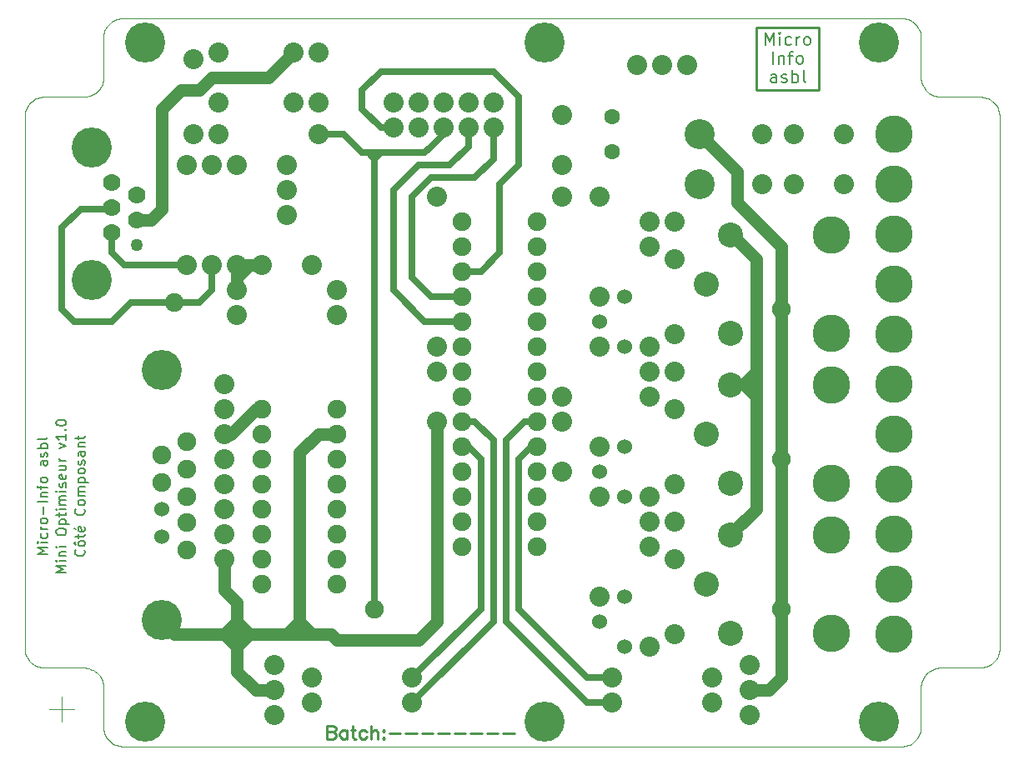
<source format=gtl>
G04 CAM350  V5.0 Date:  Mon Dec 19 11:08:04 2011 *
G04 Database: g:\clients\patrick brunet\mini-optimiseur\retouche\mini_optimiser_cam350.pcb *
G04 Layer 4: MiniOptimiseurS *
%FSLAX24Y24*%
%MOIN*%
%SFA1.000B1.000*%

%MIA0B0*%
%IPPOS*%
%ADD11C,0.01500*%
%ADD13C,0.00200*%
%ADD18C,0.06000*%
%ADD20C,0.08000*%
%ADD21C,0.07000*%
%ADD22C,0.05000*%
%ADD23C,0.16000*%
%ADD24C,0.10000*%
%ADD25C,0.15000*%
%ADD26C,0.12000*%
%ADD27C,0.06300*%
%ADD28C,0.07500*%
%ADD29C,0.06000*%
%ADD30C,0.02500*%
%ADD31C,0.03500*%
%ADD41C,0.01000*%
%ADD42C,0.00700*%
%LNMiniOptimiseurS*%
%SRX1Y1I0J0*%
G54D11*
%LPD*%
G54D20*
X25500Y27250D03*
X26500D03*
X24500D03*
X7750Y27750D03*
Y25750D03*
X10750Y27750D03*
Y25750D03*
G54D21*
X4500Y21050D03*
Y22050D03*
G54D22*
Y20050D03*
G54D21*
X3500Y22550D03*
Y21550D03*
Y20550D03*
G54D23*
X2700Y18650D03*
Y23950D03*
G54D24*
X28229Y8468D03*
Y4532D03*
X27245Y6500D03*
G54D25*
X32244Y8468D03*
Y4532D03*
G54D24*
X28229Y14468D03*
Y10532D03*
X27245Y12500D03*
G54D25*
X32244Y14468D03*
Y10532D03*
G54D24*
X28229Y20468D03*
Y16532D03*
X27245Y18500D03*
G54D25*
X32244Y20468D03*
Y16532D03*
G54D20*
X30750Y22500D03*
X32750Y24500D03*
X30750D03*
X32750Y22500D03*
X23000Y12000D03*
Y16000D03*
Y18000D03*
Y22000D03*
X25000Y14000D03*
Y10000D03*
X7750Y24500D03*
X11750D03*
X25000Y20000D03*
Y16000D03*
X23000Y6000D03*
Y10000D03*
X25000Y8000D03*
Y4000D03*
X8500Y23250D03*
Y19250D03*
X7500Y23250D03*
Y19250D03*
X6500Y23250D03*
Y19250D03*
X8500Y17250D03*
X12500D03*
Y18250D03*
X8500D03*
X27500Y2750D03*
X23500D03*
X27500Y1750D03*
X23500D03*
X11500D03*
X15500D03*
X11500Y2750D03*
X15500D03*
X14750Y24750D03*
Y25750D03*
X15750Y24750D03*
Y25750D03*
X16750Y24750D03*
Y25750D03*
X17750Y24750D03*
Y25750D03*
X18750Y24750D03*
Y25750D03*
X26000Y21000D03*
X25000D03*
X26000Y15000D03*
X25000D03*
X26000Y9000D03*
X25000D03*
G54D26*
X27000Y22500D03*
Y24500D03*
G54D27*
X23500Y23800D03*
Y25200D03*
G54D20*
X8000Y12500D03*
Y11500D03*
Y13500D03*
Y14500D03*
Y10500D03*
Y9500D03*
Y7500D03*
Y8500D03*
X29000Y3250D03*
Y1250D03*
Y2250D03*
X10000Y1250D03*
Y3250D03*
Y2250D03*
G54D28*
X9500Y13500D03*
Y12500D03*
Y11500D03*
Y10500D03*
Y9500D03*
Y8500D03*
Y7500D03*
Y6500D03*
X12500D03*
Y7500D03*
Y8500D03*
Y9500D03*
Y10500D03*
Y11500D03*
Y12500D03*
Y13500D03*
G54D23*
X5500Y15050D03*
Y5050D03*
G54D28*
X6500Y7850D03*
Y8950D03*
Y10000D03*
Y11100D03*
Y12200D03*
G54D29*
X5500Y8400D03*
Y9500D03*
G54D28*
Y10550D03*
Y11650D03*
G54D20*
X26000Y7500D03*
Y4500D03*
Y13500D03*
Y10500D03*
X6750Y24500D03*
Y27500D03*
X26000Y19500D03*
Y16500D03*
X11750Y25750D03*
Y27750D03*
X21500Y23250D03*
Y25250D03*
X29500Y22500D03*
Y24500D03*
X11500Y19250D03*
X9500D03*
X21500Y13000D03*
Y11000D03*
X16500Y15000D03*
Y13000D03*
G54D28*
X20500Y8000D03*
Y9000D03*
Y10000D03*
Y11000D03*
Y12000D03*
Y13000D03*
Y14000D03*
Y15000D03*
Y16000D03*
Y17000D03*
Y18000D03*
Y19000D03*
Y20000D03*
Y21000D03*
X17500D03*
Y20000D03*
Y19000D03*
Y18000D03*
Y17000D03*
Y16000D03*
Y15000D03*
Y14000D03*
Y13000D03*
Y12000D03*
Y11000D03*
Y10000D03*
Y9000D03*
Y8000D03*
G54D18*
X23000Y17000D03*
X24000Y18000D03*
Y16000D03*
X23000Y11000D03*
X24000Y12000D03*
Y10000D03*
G54D20*
X10500Y23250D03*
Y22250D03*
Y21250D03*
G54D18*
X23000Y5000D03*
X24000Y6000D03*
Y4000D03*
G54D20*
X21500Y22000D03*
Y14000D03*
X16500Y22000D03*
Y16000D03*
G54D23*
X4825Y28144D03*
X20770D03*
X34156D03*
X4825Y978D03*
X20770D03*
X34156D03*
G54D25*
X34750Y16500D03*
Y18500D03*
Y20500D03*
Y10500D03*
Y12500D03*
Y14500D03*
Y4500D03*
Y6500D03*
Y8500D03*
Y22500D03*
Y24500D03*
G54D28*
X6000Y17750D03*
X30250Y5500D03*
Y11500D03*
Y17500D03*
X14000Y5500D03*
G54D31*
X8000Y7500D03*
G54D22*
X12500Y12500D03*
X28750Y14500D02*
G01X29250Y14000D01*
X28750Y14500D02*
G01X29250Y15000D01*
X28229Y8468D02*
G01Y8479D01*
X29250Y9500*
Y14000*
Y14500*
X28229Y20468D02*
G01X28282D01*
X29250Y19500D02*
G01Y15000D01*
X28282Y20468D02*
G01X29250Y19500D01*
Y15000D02*
G01Y14500D01*
X28250D02*
G01X28229Y14468D01*
X29250Y14500D02*
G01X28750D01*
X28250*
X8500Y18750D02*
G01X9000Y19250D01*
X9500D02*
G01X9000D01*
X8500*
Y18250D02*
G01Y18750D01*
Y19250*
G54D30*
X6000Y17750D02*
G01X4250D01*
X3500Y21500D02*
G01Y21550D01*
X2250Y21500D02*
G01X3500D01*
X1500Y20750D02*
G01X2250Y21500D01*
X1500Y17500D02*
G01Y20750D01*
X2000Y17000D02*
G01X1500Y17500D01*
X3500Y17000D02*
G01X2000D01*
X4250Y17750D02*
G01X3500Y17000D01*
X7500Y18250D02*
G01Y19250D01*
X7000Y17750D02*
G01X7500Y18250D01*
X6000Y17750D02*
G01X7000D01*
X4000Y19250D02*
G01X3500Y19750D01*
X6500Y19250D02*
G01X4000D01*
X3500Y20500D02*
G01Y20550D01*
Y19750D02*
G01Y20500D01*
G54D22*
X30250Y17500D02*
G01Y20000D01*
X28500Y23000D02*
G01X27000Y24500D01*
X28500Y21750D02*
G01Y23000D01*
X30250Y20000D02*
G01X28500Y21750D01*
X14000Y4250D02*
G01X12500D01*
X12250Y4500*
X11500D02*
G01X11000Y5000D01*
X10500Y4500D02*
G01X11000Y5000D01*
X12500Y12500D02*
G01X11750D01*
X11000Y11750D02*
G01Y5000D01*
X11750Y12500D02*
G01X11000Y11750D01*
Y5000D02*
G01Y4500D01*
X16500Y13000D02*
G01Y5000D01*
X15750Y4250*
X14000*
X12250Y4500D02*
G01X11500D01*
X11000*
X29000Y2250D02*
G01X29750D01*
X30250Y2750D02*
G01Y5500D01*
Y11500*
Y17500*
X29750Y2250D02*
G01X30250Y2750D01*
X10000Y2250D02*
G01X9250D01*
X8500Y3000*
X10500Y4500D02*
G01X11000D01*
X10000D02*
G01X8500D01*
X10500D02*
G01X10000D01*
X4500Y21050D02*
G01X5050D01*
X9750Y26750D02*
G01X10750Y27750D01*
X7500Y26750D02*
G01X9750D01*
X7000Y26250D02*
G01X7500Y26750D01*
X6250Y26250D02*
G01X7000D01*
X5500Y25500D02*
G01X6250Y26250D01*
X5500Y21500D02*
G01Y25500D01*
X5050Y21050D02*
G01X5500Y21500D01*
X8500Y5000D02*
G01Y5750D01*
X8000Y6250D02*
G01Y7500D01*
X8500Y5750D02*
G01X8000Y6250D01*
Y4500D02*
G01X8500Y4000D01*
X7750Y4500D02*
G01X8000D01*
X8500Y5000*
Y4500D02*
G01X7750D01*
X6000*
X5500Y5000D02*
G01Y5050D01*
X6000Y4500D02*
G01X5500Y5000D01*
X8500Y4000D02*
G01X9000Y4500D01*
X8500Y5000*
Y3000D02*
G01Y4000D01*
Y4500*
Y5000*
G54D30*
X14750Y21750D02*
G01Y22250D01*
X16000Y17000D02*
G01X14750Y18250D01*
Y21750*
X17500Y17000D02*
G01X16000D01*
X17750Y24000D02*
G01Y24750D01*
X17000Y23250D02*
G01X17750Y24000D01*
X15750Y23250D02*
G01X17000D01*
X14750Y22250D02*
G01X15750Y23250D01*
X17500Y18000D02*
G01X16250D01*
X18750Y23500D02*
G01Y24750D01*
X18000Y22750D02*
G01X18750Y23500D01*
X16250Y22750D02*
G01X18000D01*
X15500Y22000D02*
G01X16250Y22750D01*
X15500Y18750D02*
G01Y22000D01*
X16250Y18000D02*
G01X15500Y18750D01*
G54D11*
X18750Y24500D02*
G01Y24750D01*
Y24500D02*
G01Y24750D01*
G54D22*
X9250Y13500D02*
G01X9500D01*
X8250Y12500D02*
G01X9250Y13500D01*
X8000Y12500D02*
G01X8250D01*
G54D30*
X15500Y2750D02*
G01X18250Y5500D01*
Y5750*
X17750Y12000D02*
G01X17500D01*
X18250Y11500D02*
G01X17750Y12000D01*
X18250Y5750D02*
G01Y11500D01*
X17500Y19000D02*
G01X18250D01*
X14250Y24750D02*
G01X14750D01*
X13500Y25500D02*
G01X14250Y24750D01*
X13500Y26250D02*
G01Y25500D01*
X14250Y27000D02*
G01X13500Y26250D01*
X18750Y27000D02*
G01X14250D01*
X19750Y26000D02*
G01X18750Y27000D01*
X19750Y23250D02*
G01Y26000D01*
X19000Y22500D02*
G01X19750Y23250D01*
X19000Y19750D02*
G01Y22500D01*
X18250Y19000D02*
G01X19000Y19750D01*
X15500Y1750D02*
G01X18750Y5000D01*
X18000Y13000D02*
G01X17500D01*
X18750Y12250D02*
G01X18000Y13000D01*
X18750Y5000D02*
G01Y12250D01*
X19250Y5250D02*
G01Y5000D01*
X22500Y1750D02*
G01X22750D01*
X19250Y5000D02*
G01X22500Y1750D01*
X23500D02*
G01X22750D01*
X20000Y13000D02*
G01X20500D01*
X19250Y12250D02*
G01X20000Y13000D01*
X19250Y5250D02*
G01Y12250D01*
X22750Y2750D02*
G01X22500D01*
X19750Y5500D02*
G01Y5750D01*
X22500Y2750D02*
G01X19750Y5500D01*
X23500Y2750D02*
G01X22750D01*
X20250Y12000D02*
G01X20500D01*
X19750Y11500D02*
G01X20250Y12000D01*
X19750Y5750D02*
G01Y11500D01*
X13750Y23750D02*
G01X14000Y23500D01*
X14250Y23750*
X14000Y5500D02*
G01Y23750D01*
X16250Y24000D02*
G01X16000Y23750D01*
X16750Y24500D02*
G01X16250Y24000D01*
X16750Y24750D02*
G01Y24500D01*
X16000Y23750D02*
G01X14250D01*
X13500D02*
G01X13250Y24000D01*
X14250Y23750D02*
G01X14000D01*
X13750*
X13500*
X12750Y24500D02*
G01X13250Y24000D01*
X11750Y24500D02*
G01X12750D01*
G54D13*
X2364Y25978D02*
G01X2432Y25981D01*
X2500Y25990*
X2567Y26005*
X2633Y26026*
X2697Y26052*
X2758Y26084*
X2815Y26121*
X2870Y26163*
X2921Y26209*
X2967Y26260*
X3009Y26315*
X3046Y26373*
X3078Y26433*
X3104Y26497*
X3125Y26563*
X3140Y26630*
X3149Y26698*
X3152Y26766*
Y28341*
X3155Y28409*
X3164Y28477*
X3179Y28544*
X3200Y28610*
X3226Y28673*
X3258Y28734*
X3295Y28792*
X3337Y28846*
X3383Y28897*
X3434Y28943*
X3488Y28985*
X3546Y29022*
X3607Y29054*
X3670Y29080*
X3736Y29101*
X3803Y29116*
X3871Y29125*
X3939Y29128*
X35041*
X35109Y29125*
X35177Y29116*
X35244Y29101*
X35310Y29080*
X35373Y29054*
X35434Y29022*
X35492Y28985*
X35546Y28943*
X35597Y28897*
X35643Y28846*
X35685Y28792*
X35722Y28734*
X35754Y28673*
X35780Y28610*
X35801Y28544*
X35816Y28477*
X35825Y28409*
X35828Y28341*
X35829*
Y26766*
X35828*
X35831Y26698*
X35840Y26630*
X35855Y26563*
X35876Y26497*
X35902Y26433*
X35934Y26373*
X35971Y26315*
X36013Y26260*
X36059Y26209*
X36110Y26163*
X36165Y26121*
X36223Y26084*
X36283Y26052*
X36347Y26026*
X36413Y26005*
X36480Y25990*
X36548Y25981*
X36616Y25978*
X38191*
X38259Y25975*
X38327Y25966*
X38394Y25951*
X38460Y25930*
X38523Y25904*
X38584Y25872*
X38642Y25835*
X38696Y25793*
X38747Y25747*
X38793Y25696*
X38835Y25642*
X38872Y25584*
X38904Y25523*
X38930Y25460*
X38951Y25394*
X38966Y25327*
X38975Y25259*
X38978Y25191*
Y3931*
X38975Y3863*
X38966Y3795*
X38951Y3728*
X38930Y3662*
X38904Y3599*
X38872Y3538*
X38835Y3480*
X38793Y3426*
X38747Y3375*
X38696Y3329*
X38642Y3287*
X38584Y3250*
X38523Y3218*
X38460Y3192*
X38394Y3171*
X38327Y3156*
X38259Y3147*
X38191Y3144*
X36616*
Y3143*
X36548Y3140*
X36480Y3131*
X36413Y3116*
X36347Y3095*
X36284Y3069*
X36223Y3037*
X36165Y3000*
X36111Y2958*
X36060Y2912*
X36014Y2861*
X35972Y2807*
X35935Y2749*
X35903Y2688*
X35877Y2625*
X35856Y2559*
X35841Y2492*
X35832Y2424*
X35829Y2356*
Y781*
X35826Y713*
X35817Y645*
X35802Y578*
X35781Y512*
X35755Y448*
X35723Y388*
X35686Y330*
X35644Y275*
X35598Y224*
X35547Y178*
X35492Y136*
X35435Y99*
X35374Y67*
X35310Y41*
X35244Y20*
X35177Y5*
X35109Y-4*
X35041Y-7*
Y-6*
X3939*
X3871Y-3*
X3803Y6*
X3736Y21*
X3670Y42*
X3607Y68*
X3546Y100*
X3488Y137*
X3434Y179*
X3383Y225*
X3337Y276*
X3295Y330*
X3258Y388*
X3226Y449*
X3200Y512*
X3179Y578*
X3164Y645*
X3155Y713*
X3152Y781*
Y2356*
X3149Y2424*
X3140Y2492*
X3125Y2559*
X3104Y2625*
X3078Y2689*
X3046Y2749*
X3009Y2807*
X2967Y2862*
X2921Y2913*
X2870Y2959*
X2815Y3001*
X2758Y3038*
X2697Y3070*
X2633Y3096*
X2567Y3117*
X2500Y3132*
X2432Y3141*
X2364Y3144*
X789*
X721Y3147*
X653Y3156*
X586Y3171*
X520Y3192*
X457Y3218*
X396Y3250*
X338Y3287*
X284Y3329*
X233Y3375*
X187Y3426*
X145Y3480*
X108Y3538*
X76Y3599*
X50Y3662*
X29Y3728*
X14Y3795*
X5Y3863*
X2Y3931*
Y25191*
X5Y25259*
X14Y25327*
X29Y25394*
X50Y25460*
X76Y25523*
X108Y25584*
X145Y25642*
X187Y25696*
X233Y25747*
X284Y25793*
X338Y25835*
X396Y25872*
X457Y25904*
X520Y25930*
X586Y25951*
X653Y25966*
X721Y25975*
X789Y25978*
X2364*
G54D42*
X29619Y28048D02*
G01Y28548D01*
X29786Y28190*
X29952Y28548*
Y28048*
X30190D02*
G01Y28381D01*
Y28548D02*
G01X30166Y28524D01*
X30190Y28500*
X30214Y28524*
X30190Y28548*
Y28500*
X30642Y28071D02*
G01X30595Y28048D01*
X30499*
X30452Y28071*
X30428Y28095*
X30404Y28143*
Y28286*
X30428Y28333*
X30452Y28357*
X30499Y28381*
X30595*
X30642Y28357*
X30857Y28048D02*
G01Y28381D01*
Y28286D02*
G01X30881Y28333D01*
X30905Y28357*
X30952Y28381*
X31000*
X31238Y28048D02*
G01X31191Y28071D01*
X31167Y28095*
X31143Y28143*
Y28286*
X31167Y28333*
X31191Y28357*
X31238Y28381*
X31310*
X31358Y28357*
X31381Y28333*
X31405Y28286*
Y28143*
X31381Y28095*
X31358Y28071*
X31310Y28048*
X31238*
X29905Y27298D02*
G01Y27798D01*
X30143Y27631D02*
G01Y27298D01*
Y27583D02*
G01X30167Y27607D01*
X30214Y27631*
X30286*
X30334Y27607*
X30357Y27560*
Y27298*
X30524Y27631D02*
G01X30714D01*
X30595Y27298D02*
G01Y27726D01*
X30619Y27774*
X30666Y27798*
X30714*
X30952Y27298D02*
G01X30905Y27321D01*
X30881Y27345*
X30857Y27393*
Y27536*
X30881Y27583*
X30905Y27607*
X30952Y27631*
X31024*
X31072Y27607*
X31095Y27583*
X31119Y27536*
Y27393*
X31095Y27345*
X31072Y27321*
X31024Y27298*
X30952*
X30048Y26548D02*
G01Y26810D01*
X30025Y26857*
X29977Y26881*
X29882*
X29834Y26857*
X30048Y26571D02*
G01X30001Y26548D01*
X29882*
X29834Y26571*
X29810Y26619*
Y26667*
X29834Y26714*
X29882Y26738*
X30001*
X30048Y26762*
X30262Y26571D02*
G01X30310Y26548D01*
X30405*
X30453Y26571*
X30477Y26619*
Y26643*
X30453Y26690*
X30405Y26714*
X30334*
X30286Y26738*
X30262Y26786*
Y26810*
X30286Y26857*
X30334Y26881*
X30405*
X30453Y26857*
X30691Y26548D02*
G01Y27048D01*
Y26857D02*
G01X30739Y26881D01*
X30834*
X30882Y26857*
X30905Y26833*
X30929Y26786*
Y26643*
X30905Y26595*
X30882Y26571*
X30834Y26548*
X30739*
X30691Y26571*
X31214Y26548D02*
G01X31167Y26571D01*
X31143Y26619*
Y27048*
G54D41*
X29250Y28750D02*
G01Y26250D01*
X31750*
Y28750*
X29250*
G54D42*
X1662Y6962D02*
G01X1262D01*
X1548Y7096*
X1262Y7229*
X1662*
Y7419D02*
G01X1395D01*
X1262D02*
G01X1281Y7400D01*
X1300Y7419*
X1281Y7438*
X1262Y7419*
X1300*
X1395Y7609D02*
G01X1662D01*
X1433D02*
G01X1414Y7628D01*
X1395Y7666*
Y7724*
X1414Y7762*
X1452Y7781*
X1662*
Y7971D02*
G01X1395D01*
X1262D02*
G01X1281Y7952D01*
X1300Y7971*
X1281Y7990*
X1262Y7971*
X1300*
X1262Y8542D02*
G01Y8619D01*
X1281Y8657*
X1319Y8695*
X1395Y8714*
X1529*
X1605Y8695*
X1643Y8657*
X1662Y8619*
Y8542*
X1643Y8504*
X1605Y8466*
X1529Y8447*
X1395*
X1319Y8466*
X1281Y8504*
X1262Y8542*
X1395Y8885D02*
G01X1795D01*
X1414D02*
G01X1395Y8923D01*
Y9000*
X1414Y9038*
X1433Y9057*
X1471Y9076*
X1586*
X1624Y9057*
X1643Y9038*
X1662Y9000*
Y8923*
X1643Y8885*
X1395Y9190D02*
G01Y9342D01*
X1262Y9247D02*
G01X1605D01*
X1643Y9266*
X1662Y9304*
Y9342*
Y9476D02*
G01X1395D01*
X1262D02*
G01X1281Y9457D01*
X1300Y9476*
X1281Y9495*
X1262Y9476*
X1300*
X1662Y9666D02*
G01X1395D01*
X1433D02*
G01X1414Y9685D01*
X1395Y9723*
Y9781*
X1414Y9819*
X1452Y9838*
X1662*
X1452D02*
G01X1414Y9857D01*
X1395Y9895*
Y9952*
X1414Y9990*
X1452Y10009*
X1662*
Y10199D02*
G01X1395D01*
X1262D02*
G01X1281Y10180D01*
X1300Y10199*
X1281Y10218*
X1262Y10199*
X1300*
X1643Y10370D02*
G01X1662Y10408D01*
Y10484*
X1643Y10523*
X1605Y10542*
X1586*
X1548Y10523*
X1529Y10484*
Y10427*
X1510Y10389*
X1471Y10370*
X1452*
X1414Y10389*
X1395Y10427*
Y10484*
X1414Y10523*
X1643Y10866D02*
G01X1662Y10828D01*
Y10751*
X1643Y10713*
X1605Y10694*
X1452*
X1414Y10713*
X1395Y10751*
Y10828*
X1414Y10866*
X1452Y10885*
X1490*
X1529Y10694*
X1395Y11228D02*
G01X1662D01*
X1395Y11056D02*
G01X1605D01*
X1643Y11075*
X1662Y11113*
Y11171*
X1643Y11209*
X1624Y11228*
X1662Y11418D02*
G01X1395D01*
X1471D02*
G01X1433Y11437D01*
X1414Y11456*
X1395Y11494*
Y11533*
Y11933D02*
G01X1662Y12028D01*
X1395Y12124*
X1662Y12486D02*
G01Y12257D01*
Y12371D02*
G01X1262D01*
X1319Y12333*
X1357Y12295*
X1376Y12257*
X1624Y12657D02*
G01X1643Y12676D01*
X1662Y12657*
X1643Y12638*
X1624Y12657*
X1662*
X1262Y12923D02*
G01Y12962D01*
X1281Y13000*
X1300Y13019*
X1338Y13038*
X1414Y13057*
X1510*
X1586Y13038*
X1624Y13019*
X1643Y13000*
X1662Y12962*
Y12923*
X1643Y12885*
X1624Y12866*
X1586Y12847*
X1510Y12828*
X1414*
X1338Y12847*
X1300Y12866*
X1281Y12885*
X1262Y12923*
X2374Y7857D02*
G01X2393Y7838D01*
X2412Y7781*
Y7743*
X2393Y7685*
X2355Y7647*
X2317Y7628*
X2240Y7609*
X2183*
X2107Y7628*
X2069Y7647*
X2031Y7685*
X2012Y7743*
Y7781*
X2031Y7838*
X2050Y7857*
X2412Y8085D02*
G01X2393Y8047D01*
X2374Y8028*
X2336Y8009*
X2221*
X2183Y8028*
X2164Y8047*
X2145Y8085*
Y8143*
X2164Y8181*
X2183Y8200*
X2221Y8219*
X2336*
X2374Y8200*
X2393Y8181*
X2412Y8143*
Y8085*
X2050Y8047D02*
G01X1993Y8123D01*
X2050Y8200*
X2145Y8333D02*
G01Y8485D01*
X2012Y8390D02*
G01X2355D01*
X2393Y8409*
X2412Y8447*
Y8485*
X2393Y8772D02*
G01X2412Y8734D01*
Y8657*
X2393Y8619*
X2355Y8600*
X2202*
X2164Y8619*
X2145Y8657*
Y8734*
X2164Y8772*
X2202Y8791*
X2240*
X2279Y8600*
X1993Y8734D02*
G01X2050Y8676D01*
X2374Y9496D02*
G01X2393Y9477D01*
X2412Y9420*
Y9382*
X2393Y9324*
X2355Y9286*
X2317Y9267*
X2240Y9248*
X2183*
X2107Y9267*
X2069Y9286*
X2031Y9324*
X2012Y9382*
Y9420*
X2031Y9477*
X2050Y9496*
X2412Y9724D02*
G01X2393Y9686D01*
X2374Y9667*
X2336Y9648*
X2221*
X2183Y9667*
X2164Y9686*
X2145Y9724*
Y9782*
X2164Y9820*
X2183Y9839*
X2221Y9858*
X2336*
X2374Y9839*
X2393Y9820*
X2412Y9782*
Y9724*
Y10029D02*
G01X2145D01*
X2183D02*
G01X2164Y10048D01*
X2145Y10086*
Y10144*
X2164Y10182*
X2202Y10201*
X2412*
X2202D02*
G01X2164Y10220D01*
X2145Y10258*
Y10315*
X2164Y10353*
X2202Y10372*
X2412*
X2145Y10562D02*
G01X2545D01*
X2164D02*
G01X2145Y10600D01*
Y10677*
X2164Y10715*
X2183Y10734*
X2221Y10753*
X2336*
X2374Y10734*
X2393Y10715*
X2412Y10677*
Y10600*
X2393Y10562*
X2412Y10981D02*
G01X2393Y10943D01*
X2374Y10924*
X2336Y10905*
X2221*
X2183Y10924*
X2164Y10943*
X2145Y10981*
Y11039*
X2164Y11077*
X2183Y11096*
X2221Y11115*
X2336*
X2374Y11096*
X2393Y11077*
X2412Y11039*
Y10981*
X2393Y11267D02*
G01X2412Y11305D01*
Y11381*
X2393Y11420*
X2355Y11439*
X2336*
X2298Y11420*
X2279Y11381*
Y11324*
X2260Y11286*
X2221Y11267*
X2202*
X2164Y11286*
X2145Y11324*
Y11381*
X2164Y11420*
X2412Y11782D02*
G01X2202D01*
X2164Y11763*
X2145Y11725*
Y11648*
X2164Y11610*
X2393Y11782D02*
G01X2412Y11744D01*
Y11648*
X2393Y11610*
X2355Y11591*
X2317*
X2279Y11610*
X2260Y11648*
Y11744*
X2240Y11782*
X2145Y11972D02*
G01X2412D01*
X2183D02*
G01X2164Y11991D01*
X2145Y12029*
Y12087*
X2164Y12125*
X2202Y12144*
X2412*
X2145Y12277D02*
G01Y12429D01*
X2012Y12334D02*
G01X2355D01*
X2393Y12353*
X2412Y12391*
Y12429*
X912Y7695D02*
G01X512D01*
X798Y7829*
X512Y7962*
X912*
Y8152D02*
G01X645D01*
X512D02*
G01X531Y8133D01*
X550Y8152*
X531Y8171*
X512Y8152*
X550*
X893Y8514D02*
G01X912Y8476D01*
Y8399*
X893Y8361*
X874Y8342*
X836Y8323*
X721*
X683Y8342*
X664Y8361*
X645Y8399*
Y8476*
X664Y8514*
X912Y8685D02*
G01X645D01*
X721D02*
G01X683Y8704D01*
X664Y8723*
X645Y8761*
Y8800*
X912Y8990D02*
G01X893Y8952D01*
X874Y8933*
X836Y8914*
X721*
X683Y8933*
X664Y8952*
X645Y8990*
Y9048*
X664Y9086*
X683Y9105*
X721Y9124*
X836*
X874Y9105*
X893Y9086*
X912Y9048*
Y8990*
X760Y9295D02*
G01Y9600D01*
X912Y9790D02*
G01X512D01*
X645Y9980D02*
G01X912D01*
X683D02*
G01X664Y9999D01*
X645Y10037*
Y10095*
X664Y10133*
X702Y10152*
X912*
X645Y10285D02*
G01Y10437D01*
X912Y10342D02*
G01X569D01*
X531Y10361*
X512Y10399*
Y10437*
X912Y10628D02*
G01X893Y10590D01*
X874Y10571*
X836Y10552*
X721*
X683Y10571*
X664Y10590*
X645Y10628*
Y10686*
X664Y10724*
X683Y10743*
X721Y10762*
X836*
X874Y10743*
X893Y10724*
X912Y10686*
Y10628*
Y11410D02*
G01X702D01*
X664Y11391*
X645Y11353*
Y11276*
X664Y11238*
X893Y11410D02*
G01X912Y11372D01*
Y11276*
X893Y11238*
X855Y11219*
X817*
X779Y11238*
X760Y11276*
Y11372*
X740Y11410*
X893Y11581D02*
G01X912Y11619D01*
Y11695*
X893Y11734*
X855Y11753*
X836*
X798Y11734*
X779Y11695*
Y11638*
X760Y11600*
X721Y11581*
X702*
X664Y11600*
X645Y11638*
Y11695*
X664Y11734*
X912Y11924D02*
G01X512D01*
X664D02*
G01X645Y11962D01*
Y12039*
X664Y12077*
X683Y12096*
X721Y12115*
X836*
X874Y12096*
X893Y12077*
X912Y12039*
Y11962*
X893Y11924*
X912Y12343D02*
G01X893Y12305D01*
X855Y12286*
X512*
G54D13*
X1500Y1995D02*
G01Y995D01*
X1000Y1495D02*
G01X2000D01*
G54D41*
G01X12100Y825D02*
Y300D01*
Y825D02*
X12325D01*
X12400Y800D01*
X12425Y775D01*
X12450Y725D01*
Y675D01*
X12425Y625D01*
X12400Y600D01*
X12325Y575D01*
X12100D02*
X12325D01*
X12400Y550D01*
X12425Y525D01*
X12450Y475D01*
Y400D01*
X12425Y350D01*
X12400Y325D01*
X12325Y300D01*
X12100D01*
X12900Y650D02*
Y300D01*
Y575D02*
X12850Y625D01*
X12800Y650D01*
X12725D01*
X12675Y625D01*
X12625Y575D01*
X12600Y500D01*
Y450D01*
X12625Y375D01*
X12675Y325D01*
X12725Y300D01*
X12800D01*
X12850Y325D01*
X12900Y375D01*
X13125Y825D02*
Y400D01*
X13150Y325D01*
X13200Y300D01*
X13250D01*
X13050Y650D02*
X13225D01*
X13675Y575D02*
X13625Y625D01*
X13575Y650D01*
X13500D01*
X13450Y625D01*
X13400Y575D01*
X13375Y500D01*
Y450D01*
X13400Y375D01*
X13450Y325D01*
X13500Y300D01*
X13575D01*
X13625Y325D01*
X13675Y375D01*
X13850Y825D02*
Y300D01*
Y550D02*
X13925Y625D01*
X13975Y650D01*
X14050D01*
X14100Y625D01*
X14125Y550D01*
Y300D01*
X14350Y650D02*
X14325Y625D01*
X14350Y600D01*
X14375Y625D01*
X14350Y650D01*
Y350D02*
X14325Y325D01*
X14350Y300D01*
X14375Y325D01*
X14350Y350D01*
X14575Y525D02*
X15025D01*
X15225D02*
X15675D01*
X15875D02*
X16325D01*
X16525D02*
X16975D01*
X17175D02*
X17625D01*
X17825D02*
X18275D01*
X18475D02*
X18925D01*
X19125D02*
X19575D01*
M02*

</source>
